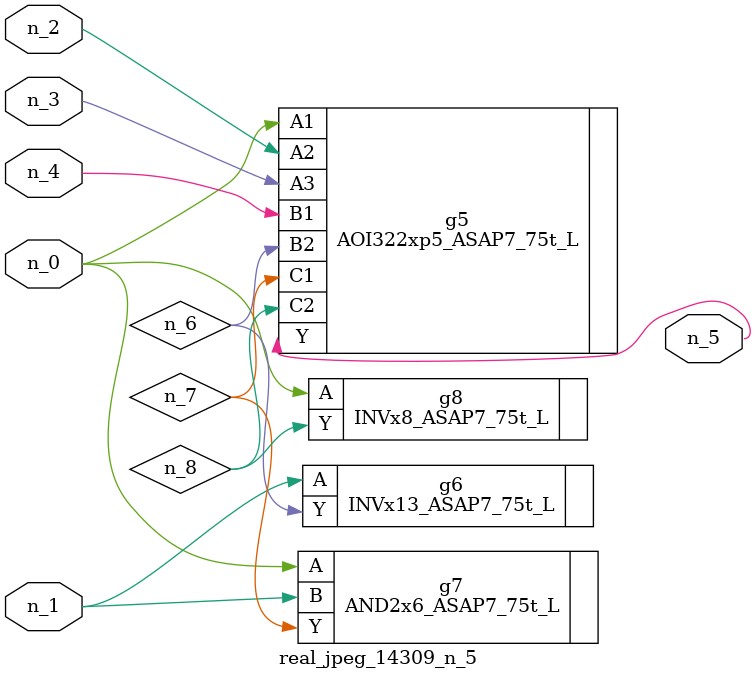
<source format=v>
module real_jpeg_14309_n_5 (n_4, n_0, n_1, n_2, n_3, n_5);

input n_4;
input n_0;
input n_1;
input n_2;
input n_3;

output n_5;

wire n_8;
wire n_6;
wire n_7;

AOI322xp5_ASAP7_75t_L g5 ( 
.A1(n_0),
.A2(n_2),
.A3(n_3),
.B1(n_4),
.B2(n_6),
.C1(n_7),
.C2(n_8),
.Y(n_5)
);

AND2x6_ASAP7_75t_L g7 ( 
.A(n_0),
.B(n_1),
.Y(n_7)
);

INVx8_ASAP7_75t_L g8 ( 
.A(n_0),
.Y(n_8)
);

INVx13_ASAP7_75t_L g6 ( 
.A(n_1),
.Y(n_6)
);


endmodule
</source>
